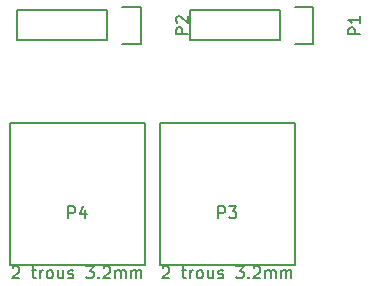
<source format=gbr>
G04 #@! TF.FileFunction,Legend,Top*
%FSLAX46Y46*%
G04 Gerber Fmt 4.6, Leading zero omitted, Abs format (unit mm)*
G04 Created by KiCad (PCBNEW 4.0.1-stable) date 19/01/2016 21:10:36*
%MOMM*%
G01*
G04 APERTURE LIST*
%ADD10C,0.100000*%
%ADD11C,0.150000*%
G04 APERTURE END LIST*
D10*
D11*
X145415000Y-107315000D02*
X145415000Y-107950000D01*
X145415000Y-107950000D02*
X156845000Y-107950000D01*
X156845000Y-107950000D02*
X156845000Y-107315000D01*
X145415000Y-107315000D02*
X145415000Y-95885000D01*
X145415000Y-95885000D02*
X156845000Y-95885000D01*
X156845000Y-95885000D02*
X156845000Y-107315000D01*
X156845000Y-107950000D02*
X145415000Y-107950000D01*
X168275000Y-86360000D02*
X160655000Y-86360000D01*
X168275000Y-88900000D02*
X160655000Y-88900000D01*
X171095000Y-89180000D02*
X169545000Y-89180000D01*
X160655000Y-86360000D02*
X160655000Y-88900000D01*
X168275000Y-88900000D02*
X168275000Y-86360000D01*
X169545000Y-86080000D02*
X171095000Y-86080000D01*
X171095000Y-86080000D02*
X171095000Y-89180000D01*
X153670000Y-86360000D02*
X146050000Y-86360000D01*
X153670000Y-88900000D02*
X146050000Y-88900000D01*
X156490000Y-89180000D02*
X154940000Y-89180000D01*
X146050000Y-86360000D02*
X146050000Y-88900000D01*
X153670000Y-88900000D02*
X153670000Y-86360000D01*
X154940000Y-86080000D02*
X156490000Y-86080000D01*
X156490000Y-86080000D02*
X156490000Y-89180000D01*
X158115000Y-107315000D02*
X158115000Y-107950000D01*
X158115000Y-107950000D02*
X169545000Y-107950000D01*
X169545000Y-107950000D02*
X169545000Y-107315000D01*
X158115000Y-107315000D02*
X158115000Y-95885000D01*
X158115000Y-95885000D02*
X169545000Y-95885000D01*
X169545000Y-95885000D02*
X169545000Y-107315000D01*
X169545000Y-107950000D02*
X158115000Y-107950000D01*
X150391905Y-103957381D02*
X150391905Y-102957381D01*
X150772858Y-102957381D01*
X150868096Y-103005000D01*
X150915715Y-103052619D01*
X150963334Y-103147857D01*
X150963334Y-103290714D01*
X150915715Y-103385952D01*
X150868096Y-103433571D01*
X150772858Y-103481190D01*
X150391905Y-103481190D01*
X151820477Y-103290714D02*
X151820477Y-103957381D01*
X151582381Y-102909762D02*
X151344286Y-103624048D01*
X151963334Y-103624048D01*
X145653809Y-108132619D02*
X145701428Y-108085000D01*
X145796666Y-108037381D01*
X146034762Y-108037381D01*
X146130000Y-108085000D01*
X146177619Y-108132619D01*
X146225238Y-108227857D01*
X146225238Y-108323095D01*
X146177619Y-108465952D01*
X145606190Y-109037381D01*
X146225238Y-109037381D01*
X147272857Y-108370714D02*
X147653809Y-108370714D01*
X147415714Y-108037381D02*
X147415714Y-108894524D01*
X147463333Y-108989762D01*
X147558571Y-109037381D01*
X147653809Y-109037381D01*
X147987143Y-109037381D02*
X147987143Y-108370714D01*
X147987143Y-108561190D02*
X148034762Y-108465952D01*
X148082381Y-108418333D01*
X148177619Y-108370714D01*
X148272858Y-108370714D01*
X148749048Y-109037381D02*
X148653810Y-108989762D01*
X148606191Y-108942143D01*
X148558572Y-108846905D01*
X148558572Y-108561190D01*
X148606191Y-108465952D01*
X148653810Y-108418333D01*
X148749048Y-108370714D01*
X148891906Y-108370714D01*
X148987144Y-108418333D01*
X149034763Y-108465952D01*
X149082382Y-108561190D01*
X149082382Y-108846905D01*
X149034763Y-108942143D01*
X148987144Y-108989762D01*
X148891906Y-109037381D01*
X148749048Y-109037381D01*
X149939525Y-108370714D02*
X149939525Y-109037381D01*
X149510953Y-108370714D02*
X149510953Y-108894524D01*
X149558572Y-108989762D01*
X149653810Y-109037381D01*
X149796668Y-109037381D01*
X149891906Y-108989762D01*
X149939525Y-108942143D01*
X150368096Y-108989762D02*
X150463334Y-109037381D01*
X150653810Y-109037381D01*
X150749049Y-108989762D01*
X150796668Y-108894524D01*
X150796668Y-108846905D01*
X150749049Y-108751667D01*
X150653810Y-108704048D01*
X150510953Y-108704048D01*
X150415715Y-108656429D01*
X150368096Y-108561190D01*
X150368096Y-108513571D01*
X150415715Y-108418333D01*
X150510953Y-108370714D01*
X150653810Y-108370714D01*
X150749049Y-108418333D01*
X151891906Y-108037381D02*
X152510954Y-108037381D01*
X152177620Y-108418333D01*
X152320478Y-108418333D01*
X152415716Y-108465952D01*
X152463335Y-108513571D01*
X152510954Y-108608810D01*
X152510954Y-108846905D01*
X152463335Y-108942143D01*
X152415716Y-108989762D01*
X152320478Y-109037381D01*
X152034763Y-109037381D01*
X151939525Y-108989762D01*
X151891906Y-108942143D01*
X152939525Y-108942143D02*
X152987144Y-108989762D01*
X152939525Y-109037381D01*
X152891906Y-108989762D01*
X152939525Y-108942143D01*
X152939525Y-109037381D01*
X153368096Y-108132619D02*
X153415715Y-108085000D01*
X153510953Y-108037381D01*
X153749049Y-108037381D01*
X153844287Y-108085000D01*
X153891906Y-108132619D01*
X153939525Y-108227857D01*
X153939525Y-108323095D01*
X153891906Y-108465952D01*
X153320477Y-109037381D01*
X153939525Y-109037381D01*
X154368096Y-109037381D02*
X154368096Y-108370714D01*
X154368096Y-108465952D02*
X154415715Y-108418333D01*
X154510953Y-108370714D01*
X154653811Y-108370714D01*
X154749049Y-108418333D01*
X154796668Y-108513571D01*
X154796668Y-109037381D01*
X154796668Y-108513571D02*
X154844287Y-108418333D01*
X154939525Y-108370714D01*
X155082382Y-108370714D01*
X155177620Y-108418333D01*
X155225239Y-108513571D01*
X155225239Y-109037381D01*
X155701429Y-109037381D02*
X155701429Y-108370714D01*
X155701429Y-108465952D02*
X155749048Y-108418333D01*
X155844286Y-108370714D01*
X155987144Y-108370714D01*
X156082382Y-108418333D01*
X156130001Y-108513571D01*
X156130001Y-109037381D01*
X156130001Y-108513571D02*
X156177620Y-108418333D01*
X156272858Y-108370714D01*
X156415715Y-108370714D01*
X156510953Y-108418333D01*
X156558572Y-108513571D01*
X156558572Y-109037381D01*
X175097381Y-88368095D02*
X174097381Y-88368095D01*
X174097381Y-87987142D01*
X174145000Y-87891904D01*
X174192619Y-87844285D01*
X174287857Y-87796666D01*
X174430714Y-87796666D01*
X174525952Y-87844285D01*
X174573571Y-87891904D01*
X174621190Y-87987142D01*
X174621190Y-88368095D01*
X175097381Y-86844285D02*
X175097381Y-87415714D01*
X175097381Y-87130000D02*
X174097381Y-87130000D01*
X174240238Y-87225238D01*
X174335476Y-87320476D01*
X174383095Y-87415714D01*
X160492381Y-88368095D02*
X159492381Y-88368095D01*
X159492381Y-87987142D01*
X159540000Y-87891904D01*
X159587619Y-87844285D01*
X159682857Y-87796666D01*
X159825714Y-87796666D01*
X159920952Y-87844285D01*
X159968571Y-87891904D01*
X160016190Y-87987142D01*
X160016190Y-88368095D01*
X159587619Y-87415714D02*
X159540000Y-87368095D01*
X159492381Y-87272857D01*
X159492381Y-87034761D01*
X159540000Y-86939523D01*
X159587619Y-86891904D01*
X159682857Y-86844285D01*
X159778095Y-86844285D01*
X159920952Y-86891904D01*
X160492381Y-87463333D01*
X160492381Y-86844285D01*
X163091905Y-103957381D02*
X163091905Y-102957381D01*
X163472858Y-102957381D01*
X163568096Y-103005000D01*
X163615715Y-103052619D01*
X163663334Y-103147857D01*
X163663334Y-103290714D01*
X163615715Y-103385952D01*
X163568096Y-103433571D01*
X163472858Y-103481190D01*
X163091905Y-103481190D01*
X163996667Y-102957381D02*
X164615715Y-102957381D01*
X164282381Y-103338333D01*
X164425239Y-103338333D01*
X164520477Y-103385952D01*
X164568096Y-103433571D01*
X164615715Y-103528810D01*
X164615715Y-103766905D01*
X164568096Y-103862143D01*
X164520477Y-103909762D01*
X164425239Y-103957381D01*
X164139524Y-103957381D01*
X164044286Y-103909762D01*
X163996667Y-103862143D01*
X158353809Y-108132619D02*
X158401428Y-108085000D01*
X158496666Y-108037381D01*
X158734762Y-108037381D01*
X158830000Y-108085000D01*
X158877619Y-108132619D01*
X158925238Y-108227857D01*
X158925238Y-108323095D01*
X158877619Y-108465952D01*
X158306190Y-109037381D01*
X158925238Y-109037381D01*
X159972857Y-108370714D02*
X160353809Y-108370714D01*
X160115714Y-108037381D02*
X160115714Y-108894524D01*
X160163333Y-108989762D01*
X160258571Y-109037381D01*
X160353809Y-109037381D01*
X160687143Y-109037381D02*
X160687143Y-108370714D01*
X160687143Y-108561190D02*
X160734762Y-108465952D01*
X160782381Y-108418333D01*
X160877619Y-108370714D01*
X160972858Y-108370714D01*
X161449048Y-109037381D02*
X161353810Y-108989762D01*
X161306191Y-108942143D01*
X161258572Y-108846905D01*
X161258572Y-108561190D01*
X161306191Y-108465952D01*
X161353810Y-108418333D01*
X161449048Y-108370714D01*
X161591906Y-108370714D01*
X161687144Y-108418333D01*
X161734763Y-108465952D01*
X161782382Y-108561190D01*
X161782382Y-108846905D01*
X161734763Y-108942143D01*
X161687144Y-108989762D01*
X161591906Y-109037381D01*
X161449048Y-109037381D01*
X162639525Y-108370714D02*
X162639525Y-109037381D01*
X162210953Y-108370714D02*
X162210953Y-108894524D01*
X162258572Y-108989762D01*
X162353810Y-109037381D01*
X162496668Y-109037381D01*
X162591906Y-108989762D01*
X162639525Y-108942143D01*
X163068096Y-108989762D02*
X163163334Y-109037381D01*
X163353810Y-109037381D01*
X163449049Y-108989762D01*
X163496668Y-108894524D01*
X163496668Y-108846905D01*
X163449049Y-108751667D01*
X163353810Y-108704048D01*
X163210953Y-108704048D01*
X163115715Y-108656429D01*
X163068096Y-108561190D01*
X163068096Y-108513571D01*
X163115715Y-108418333D01*
X163210953Y-108370714D01*
X163353810Y-108370714D01*
X163449049Y-108418333D01*
X164591906Y-108037381D02*
X165210954Y-108037381D01*
X164877620Y-108418333D01*
X165020478Y-108418333D01*
X165115716Y-108465952D01*
X165163335Y-108513571D01*
X165210954Y-108608810D01*
X165210954Y-108846905D01*
X165163335Y-108942143D01*
X165115716Y-108989762D01*
X165020478Y-109037381D01*
X164734763Y-109037381D01*
X164639525Y-108989762D01*
X164591906Y-108942143D01*
X165639525Y-108942143D02*
X165687144Y-108989762D01*
X165639525Y-109037381D01*
X165591906Y-108989762D01*
X165639525Y-108942143D01*
X165639525Y-109037381D01*
X166068096Y-108132619D02*
X166115715Y-108085000D01*
X166210953Y-108037381D01*
X166449049Y-108037381D01*
X166544287Y-108085000D01*
X166591906Y-108132619D01*
X166639525Y-108227857D01*
X166639525Y-108323095D01*
X166591906Y-108465952D01*
X166020477Y-109037381D01*
X166639525Y-109037381D01*
X167068096Y-109037381D02*
X167068096Y-108370714D01*
X167068096Y-108465952D02*
X167115715Y-108418333D01*
X167210953Y-108370714D01*
X167353811Y-108370714D01*
X167449049Y-108418333D01*
X167496668Y-108513571D01*
X167496668Y-109037381D01*
X167496668Y-108513571D02*
X167544287Y-108418333D01*
X167639525Y-108370714D01*
X167782382Y-108370714D01*
X167877620Y-108418333D01*
X167925239Y-108513571D01*
X167925239Y-109037381D01*
X168401429Y-109037381D02*
X168401429Y-108370714D01*
X168401429Y-108465952D02*
X168449048Y-108418333D01*
X168544286Y-108370714D01*
X168687144Y-108370714D01*
X168782382Y-108418333D01*
X168830001Y-108513571D01*
X168830001Y-109037381D01*
X168830001Y-108513571D02*
X168877620Y-108418333D01*
X168972858Y-108370714D01*
X169115715Y-108370714D01*
X169210953Y-108418333D01*
X169258572Y-108513571D01*
X169258572Y-109037381D01*
M02*

</source>
